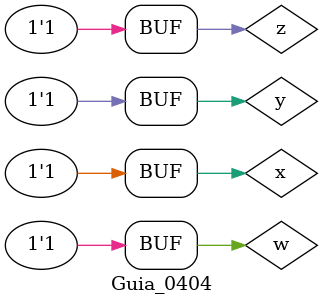
<source format=v>
/*
Guia_0404
Thaís Ferreira da Silva - 741648
*/

module PoS (output s, input x, y, z);// MAXTERMOS
        //M         5           6           7
    assign s = (~x| y|~z) & (~x|~y| z) & (~x|~y|~z);
endmodule // SoP Exemplo

module PoSA (output s, input x, y, z);
    assign s = (x|~y|z) & (x|~y|~z) & (~x|y|~z) & (~x|~y|~z);
endmodule // SoP Letra A

module PoSB (output s, input x, y, z);
    assign s = (x|y|z) & (x|~y|z) & (x|~y|~z) & (~x|y|~z) & (~x|~y|z);
endmodule // SoP Letra B

module PoSC (output s, input x, y, w, z);
    assign s = (x|y|w|z) & (x|y|w|~z) & (x|y|~w|z) & (x|~y|w|z) & (x|~y|~w|~z) & (~x|y|w|z) & (~x|~y|w|z) & (~x|~y|w|~z);
endmodule // SoP Letra C

module PoSD (output s, input x, y, w, z);
    assign s = (x|y|w|z) & (x|y|~w|z) & (x|~y|w|z) & (x|~y|w|~z) & (~x|y|w|~z) & (~x|y|~w|~z) & (~x|~y|w|~z);
endmodule // SoP Letra D

module PoSE (output s, input x, y, w, z);
    assign s =(x|y|w|z) & (x|y|w|~z) & (x|y|~w|z) & (x|~y|w|~z) & (x|~y|~w|z) & (~x|~y|w|z) & (~x|~y|~w|z);
endmodule // SoP Letra E

module Guia_0404;
reg x, y, w, z;
wire ex, a, b, c, d, e;

// instancias
PoS FXYZ1 (ex, y, w, z);
PoSA FXYZ2 (a, y, w, z);
PoSB FXYZ3 (b, y, w, z);
PoSC FXYWZ4 (c, x, y, w, z);
PoSD FXYWZ5 (d, x, y, w, z);
PoSE FXYWZ6 (e, x, y, w, z);

// valores iniciais
initial begin: start
x=1'bx; y=1'bx; w=1'bx; z=1'bx;// indefinidos
end

// parte principal
initial begin: main

// identificacao
$display("\nGuia_0404- Thaís Ferreira da Silva - 741648");


// monitoramento
$display(" x  y  w  z =  ex a  b  c  d  e\n");
$monitor("%2b %2b %2b %2b = %2b %2b %2b %2b %2b %2b", x, y, w, z, ex, a, b, c, d, e);

// sinalizacao
#1 x=0; y=0; w=0; z=0;
#1 x=0; y=0; w=0; z=1;
#1 x=0; y=0; w=1; z=0;
#1 x=0; y=0; w=1; z=1;
#1 x=0; y=1; w=0; z=0;
#1 x=0; y=1; w=0; z=1;
#1 x=0; y=1; w=1; z=0;
#1 x=0; y=1; w=1; z=1;
#1 x=1; y=0; w=0; z=0;
#1 x=1; y=0; w=0; z=1;
#1 x=1; y=0; w=1; z=0;
#1 x=1; y=0; w=1; z=1;
#1 x=1; y=1; w=0; z=0;
#1 x=1; y=1; w=0; z=1;
#1 x=1; y=1; w=1; z=0;
#1 x=1; y=1; w=1; z=1;
end
endmodule // Guia_0404
</source>
